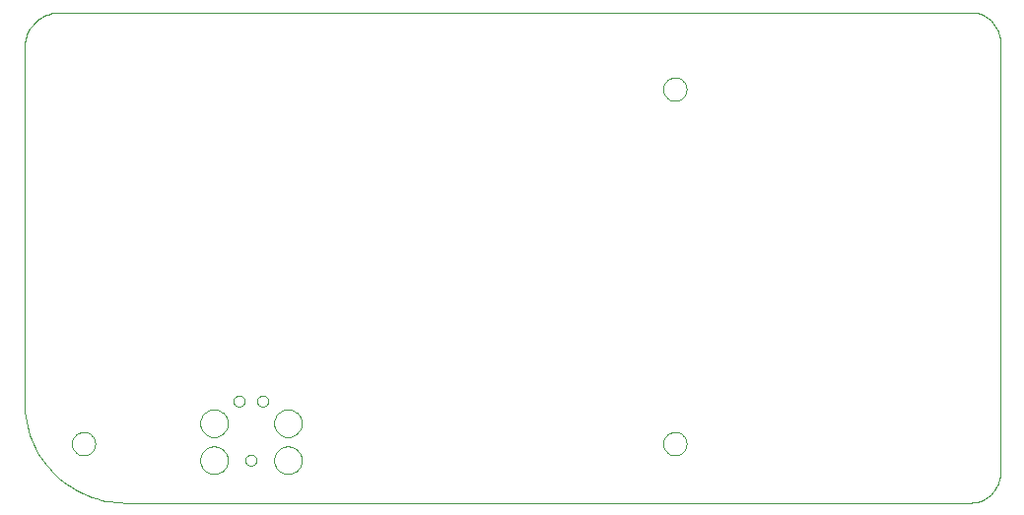
<source format=gko>
G75*
G70*
%OFA0B0*%
%FSLAX24Y24*%
%IPPOS*%
%LPD*%
%AMOC8*
5,1,8,0,0,1.08239X$1,22.5*
%
%ADD10C,0.0000*%
D10*
X003400Y000000D02*
X032000Y000000D01*
X032060Y000002D01*
X032121Y000007D01*
X032180Y000016D01*
X032239Y000029D01*
X032298Y000045D01*
X032355Y000065D01*
X032410Y000088D01*
X032465Y000115D01*
X032517Y000144D01*
X032568Y000177D01*
X032617Y000213D01*
X032663Y000251D01*
X032707Y000293D01*
X032749Y000337D01*
X032787Y000383D01*
X032823Y000432D01*
X032856Y000483D01*
X032885Y000535D01*
X032912Y000590D01*
X032935Y000645D01*
X032955Y000702D01*
X032971Y000761D01*
X032984Y000820D01*
X032993Y000879D01*
X032998Y000940D01*
X033000Y001000D01*
X033000Y015600D01*
X032998Y015660D01*
X032993Y015721D01*
X032984Y015780D01*
X032971Y015839D01*
X032955Y015898D01*
X032935Y015955D01*
X032912Y016010D01*
X032885Y016065D01*
X032856Y016117D01*
X032823Y016168D01*
X032787Y016217D01*
X032749Y016263D01*
X032707Y016307D01*
X032663Y016349D01*
X032617Y016387D01*
X032568Y016423D01*
X032517Y016456D01*
X032465Y016485D01*
X032410Y016512D01*
X032355Y016535D01*
X032298Y016555D01*
X032239Y016571D01*
X032180Y016584D01*
X032121Y016593D01*
X032060Y016598D01*
X032000Y016600D01*
X001200Y016600D01*
X001133Y016598D01*
X001066Y016592D01*
X000999Y016583D01*
X000933Y016570D01*
X000868Y016553D01*
X000804Y016533D01*
X000741Y016509D01*
X000679Y016481D01*
X000620Y016450D01*
X000562Y016416D01*
X000506Y016379D01*
X000452Y016338D01*
X000400Y016295D01*
X000351Y016249D01*
X000305Y016200D01*
X000262Y016148D01*
X000221Y016094D01*
X000184Y016038D01*
X000150Y015980D01*
X000119Y015921D01*
X000091Y015859D01*
X000067Y015796D01*
X000047Y015732D01*
X000030Y015667D01*
X000017Y015601D01*
X000008Y015534D01*
X000002Y015467D01*
X000000Y015400D01*
X000000Y003400D01*
X001606Y002000D02*
X001608Y002039D01*
X001614Y002078D01*
X001624Y002116D01*
X001637Y002153D01*
X001654Y002188D01*
X001674Y002222D01*
X001698Y002253D01*
X001725Y002282D01*
X001754Y002308D01*
X001786Y002331D01*
X001820Y002351D01*
X001856Y002367D01*
X001893Y002379D01*
X001932Y002388D01*
X001971Y002393D01*
X002010Y002394D01*
X002049Y002391D01*
X002088Y002384D01*
X002125Y002373D01*
X002162Y002359D01*
X002197Y002341D01*
X002230Y002320D01*
X002261Y002295D01*
X002289Y002268D01*
X002314Y002238D01*
X002336Y002205D01*
X002355Y002171D01*
X002370Y002135D01*
X002382Y002097D01*
X002390Y002059D01*
X002394Y002020D01*
X002394Y001980D01*
X002390Y001941D01*
X002382Y001903D01*
X002370Y001865D01*
X002355Y001829D01*
X002336Y001795D01*
X002314Y001762D01*
X002289Y001732D01*
X002261Y001705D01*
X002230Y001680D01*
X002197Y001659D01*
X002162Y001641D01*
X002125Y001627D01*
X002088Y001616D01*
X002049Y001609D01*
X002010Y001606D01*
X001971Y001607D01*
X001932Y001612D01*
X001893Y001621D01*
X001856Y001633D01*
X001820Y001649D01*
X001786Y001669D01*
X001754Y001692D01*
X001725Y001718D01*
X001698Y001747D01*
X001674Y001778D01*
X001654Y001812D01*
X001637Y001847D01*
X001624Y001884D01*
X001614Y001922D01*
X001608Y001961D01*
X001606Y002000D01*
X000000Y003400D02*
X000004Y003238D01*
X000015Y003077D01*
X000035Y002916D01*
X000061Y002757D01*
X000096Y002598D01*
X000138Y002442D01*
X000187Y002288D01*
X000244Y002136D01*
X000307Y001988D01*
X000378Y001842D01*
X000456Y001700D01*
X000540Y001562D01*
X000630Y001428D01*
X000727Y001298D01*
X000830Y001173D01*
X000939Y001054D01*
X001054Y000939D01*
X001173Y000830D01*
X001298Y000727D01*
X001428Y000630D01*
X001562Y000540D01*
X001700Y000456D01*
X001842Y000378D01*
X001988Y000307D01*
X002136Y000244D01*
X002288Y000187D01*
X002442Y000138D01*
X002598Y000096D01*
X002757Y000061D01*
X002916Y000035D01*
X003077Y000015D01*
X003238Y000004D01*
X003400Y000000D01*
X005943Y001440D02*
X005945Y001483D01*
X005951Y001526D01*
X005961Y001568D01*
X005975Y001609D01*
X005992Y001648D01*
X006013Y001686D01*
X006037Y001721D01*
X006065Y001755D01*
X006095Y001785D01*
X006129Y001813D01*
X006164Y001837D01*
X006202Y001858D01*
X006241Y001875D01*
X006282Y001889D01*
X006324Y001899D01*
X006367Y001905D01*
X006410Y001907D01*
X006453Y001905D01*
X006496Y001899D01*
X006538Y001889D01*
X006579Y001875D01*
X006618Y001858D01*
X006656Y001837D01*
X006691Y001813D01*
X006725Y001785D01*
X006755Y001755D01*
X006783Y001721D01*
X006807Y001686D01*
X006828Y001648D01*
X006845Y001609D01*
X006859Y001568D01*
X006869Y001526D01*
X006875Y001483D01*
X006877Y001440D01*
X006875Y001397D01*
X006869Y001354D01*
X006859Y001312D01*
X006845Y001271D01*
X006828Y001232D01*
X006807Y001194D01*
X006783Y001159D01*
X006755Y001125D01*
X006725Y001095D01*
X006691Y001067D01*
X006656Y001043D01*
X006618Y001022D01*
X006579Y001005D01*
X006538Y000991D01*
X006496Y000981D01*
X006453Y000975D01*
X006410Y000973D01*
X006367Y000975D01*
X006324Y000981D01*
X006282Y000991D01*
X006241Y001005D01*
X006202Y001022D01*
X006164Y001043D01*
X006129Y001067D01*
X006095Y001095D01*
X006065Y001125D01*
X006037Y001159D01*
X006013Y001194D01*
X005992Y001232D01*
X005975Y001271D01*
X005961Y001312D01*
X005951Y001354D01*
X005945Y001397D01*
X005943Y001440D01*
X007473Y001440D02*
X007475Y001467D01*
X007481Y001493D01*
X007490Y001518D01*
X007503Y001541D01*
X007519Y001562D01*
X007538Y001581D01*
X007559Y001597D01*
X007582Y001610D01*
X007607Y001619D01*
X007633Y001625D01*
X007660Y001627D01*
X007687Y001625D01*
X007713Y001619D01*
X007738Y001610D01*
X007761Y001597D01*
X007782Y001581D01*
X007801Y001562D01*
X007817Y001541D01*
X007830Y001518D01*
X007839Y001493D01*
X007845Y001467D01*
X007847Y001440D01*
X007845Y001413D01*
X007839Y001387D01*
X007830Y001362D01*
X007817Y001339D01*
X007801Y001318D01*
X007782Y001299D01*
X007761Y001283D01*
X007738Y001270D01*
X007713Y001261D01*
X007687Y001255D01*
X007660Y001253D01*
X007633Y001255D01*
X007607Y001261D01*
X007582Y001270D01*
X007559Y001283D01*
X007538Y001299D01*
X007519Y001318D01*
X007503Y001339D01*
X007490Y001362D01*
X007481Y001387D01*
X007475Y001413D01*
X007473Y001440D01*
X008443Y001440D02*
X008445Y001483D01*
X008451Y001526D01*
X008461Y001568D01*
X008475Y001609D01*
X008492Y001648D01*
X008513Y001686D01*
X008537Y001721D01*
X008565Y001755D01*
X008595Y001785D01*
X008629Y001813D01*
X008664Y001837D01*
X008702Y001858D01*
X008741Y001875D01*
X008782Y001889D01*
X008824Y001899D01*
X008867Y001905D01*
X008910Y001907D01*
X008953Y001905D01*
X008996Y001899D01*
X009038Y001889D01*
X009079Y001875D01*
X009118Y001858D01*
X009156Y001837D01*
X009191Y001813D01*
X009225Y001785D01*
X009255Y001755D01*
X009283Y001721D01*
X009307Y001686D01*
X009328Y001648D01*
X009345Y001609D01*
X009359Y001568D01*
X009369Y001526D01*
X009375Y001483D01*
X009377Y001440D01*
X009375Y001397D01*
X009369Y001354D01*
X009359Y001312D01*
X009345Y001271D01*
X009328Y001232D01*
X009307Y001194D01*
X009283Y001159D01*
X009255Y001125D01*
X009225Y001095D01*
X009191Y001067D01*
X009156Y001043D01*
X009118Y001022D01*
X009079Y001005D01*
X009038Y000991D01*
X008996Y000981D01*
X008953Y000975D01*
X008910Y000973D01*
X008867Y000975D01*
X008824Y000981D01*
X008782Y000991D01*
X008741Y001005D01*
X008702Y001022D01*
X008664Y001043D01*
X008629Y001067D01*
X008595Y001095D01*
X008565Y001125D01*
X008537Y001159D01*
X008513Y001194D01*
X008492Y001232D01*
X008475Y001271D01*
X008461Y001312D01*
X008451Y001354D01*
X008445Y001397D01*
X008443Y001440D01*
X008443Y002690D02*
X008445Y002733D01*
X008451Y002776D01*
X008461Y002818D01*
X008475Y002859D01*
X008492Y002898D01*
X008513Y002936D01*
X008537Y002971D01*
X008565Y003005D01*
X008595Y003035D01*
X008629Y003063D01*
X008664Y003087D01*
X008702Y003108D01*
X008741Y003125D01*
X008782Y003139D01*
X008824Y003149D01*
X008867Y003155D01*
X008910Y003157D01*
X008953Y003155D01*
X008996Y003149D01*
X009038Y003139D01*
X009079Y003125D01*
X009118Y003108D01*
X009156Y003087D01*
X009191Y003063D01*
X009225Y003035D01*
X009255Y003005D01*
X009283Y002971D01*
X009307Y002936D01*
X009328Y002898D01*
X009345Y002859D01*
X009359Y002818D01*
X009369Y002776D01*
X009375Y002733D01*
X009377Y002690D01*
X009375Y002647D01*
X009369Y002604D01*
X009359Y002562D01*
X009345Y002521D01*
X009328Y002482D01*
X009307Y002444D01*
X009283Y002409D01*
X009255Y002375D01*
X009225Y002345D01*
X009191Y002317D01*
X009156Y002293D01*
X009118Y002272D01*
X009079Y002255D01*
X009038Y002241D01*
X008996Y002231D01*
X008953Y002225D01*
X008910Y002223D01*
X008867Y002225D01*
X008824Y002231D01*
X008782Y002241D01*
X008741Y002255D01*
X008702Y002272D01*
X008664Y002293D01*
X008629Y002317D01*
X008595Y002345D01*
X008565Y002375D01*
X008537Y002409D01*
X008513Y002444D01*
X008492Y002482D01*
X008475Y002521D01*
X008461Y002562D01*
X008451Y002604D01*
X008445Y002647D01*
X008443Y002690D01*
X007873Y003440D02*
X007875Y003467D01*
X007881Y003493D01*
X007890Y003518D01*
X007903Y003541D01*
X007919Y003562D01*
X007938Y003581D01*
X007959Y003597D01*
X007982Y003610D01*
X008007Y003619D01*
X008033Y003625D01*
X008060Y003627D01*
X008087Y003625D01*
X008113Y003619D01*
X008138Y003610D01*
X008161Y003597D01*
X008182Y003581D01*
X008201Y003562D01*
X008217Y003541D01*
X008230Y003518D01*
X008239Y003493D01*
X008245Y003467D01*
X008247Y003440D01*
X008245Y003413D01*
X008239Y003387D01*
X008230Y003362D01*
X008217Y003339D01*
X008201Y003318D01*
X008182Y003299D01*
X008161Y003283D01*
X008138Y003270D01*
X008113Y003261D01*
X008087Y003255D01*
X008060Y003253D01*
X008033Y003255D01*
X008007Y003261D01*
X007982Y003270D01*
X007959Y003283D01*
X007938Y003299D01*
X007919Y003318D01*
X007903Y003339D01*
X007890Y003362D01*
X007881Y003387D01*
X007875Y003413D01*
X007873Y003440D01*
X007073Y003440D02*
X007075Y003467D01*
X007081Y003493D01*
X007090Y003518D01*
X007103Y003541D01*
X007119Y003562D01*
X007138Y003581D01*
X007159Y003597D01*
X007182Y003610D01*
X007207Y003619D01*
X007233Y003625D01*
X007260Y003627D01*
X007287Y003625D01*
X007313Y003619D01*
X007338Y003610D01*
X007361Y003597D01*
X007382Y003581D01*
X007401Y003562D01*
X007417Y003541D01*
X007430Y003518D01*
X007439Y003493D01*
X007445Y003467D01*
X007447Y003440D01*
X007445Y003413D01*
X007439Y003387D01*
X007430Y003362D01*
X007417Y003339D01*
X007401Y003318D01*
X007382Y003299D01*
X007361Y003283D01*
X007338Y003270D01*
X007313Y003261D01*
X007287Y003255D01*
X007260Y003253D01*
X007233Y003255D01*
X007207Y003261D01*
X007182Y003270D01*
X007159Y003283D01*
X007138Y003299D01*
X007119Y003318D01*
X007103Y003339D01*
X007090Y003362D01*
X007081Y003387D01*
X007075Y003413D01*
X007073Y003440D01*
X005943Y002690D02*
X005945Y002733D01*
X005951Y002776D01*
X005961Y002818D01*
X005975Y002859D01*
X005992Y002898D01*
X006013Y002936D01*
X006037Y002971D01*
X006065Y003005D01*
X006095Y003035D01*
X006129Y003063D01*
X006164Y003087D01*
X006202Y003108D01*
X006241Y003125D01*
X006282Y003139D01*
X006324Y003149D01*
X006367Y003155D01*
X006410Y003157D01*
X006453Y003155D01*
X006496Y003149D01*
X006538Y003139D01*
X006579Y003125D01*
X006618Y003108D01*
X006656Y003087D01*
X006691Y003063D01*
X006725Y003035D01*
X006755Y003005D01*
X006783Y002971D01*
X006807Y002936D01*
X006828Y002898D01*
X006845Y002859D01*
X006859Y002818D01*
X006869Y002776D01*
X006875Y002733D01*
X006877Y002690D01*
X006875Y002647D01*
X006869Y002604D01*
X006859Y002562D01*
X006845Y002521D01*
X006828Y002482D01*
X006807Y002444D01*
X006783Y002409D01*
X006755Y002375D01*
X006725Y002345D01*
X006691Y002317D01*
X006656Y002293D01*
X006618Y002272D01*
X006579Y002255D01*
X006538Y002241D01*
X006496Y002231D01*
X006453Y002225D01*
X006410Y002223D01*
X006367Y002225D01*
X006324Y002231D01*
X006282Y002241D01*
X006241Y002255D01*
X006202Y002272D01*
X006164Y002293D01*
X006129Y002317D01*
X006095Y002345D01*
X006065Y002375D01*
X006037Y002409D01*
X006013Y002444D01*
X005992Y002482D01*
X005975Y002521D01*
X005961Y002562D01*
X005951Y002604D01*
X005945Y002647D01*
X005943Y002690D01*
X021606Y002000D02*
X021608Y002039D01*
X021614Y002078D01*
X021624Y002116D01*
X021637Y002153D01*
X021654Y002188D01*
X021674Y002222D01*
X021698Y002253D01*
X021725Y002282D01*
X021754Y002308D01*
X021786Y002331D01*
X021820Y002351D01*
X021856Y002367D01*
X021893Y002379D01*
X021932Y002388D01*
X021971Y002393D01*
X022010Y002394D01*
X022049Y002391D01*
X022088Y002384D01*
X022125Y002373D01*
X022162Y002359D01*
X022197Y002341D01*
X022230Y002320D01*
X022261Y002295D01*
X022289Y002268D01*
X022314Y002238D01*
X022336Y002205D01*
X022355Y002171D01*
X022370Y002135D01*
X022382Y002097D01*
X022390Y002059D01*
X022394Y002020D01*
X022394Y001980D01*
X022390Y001941D01*
X022382Y001903D01*
X022370Y001865D01*
X022355Y001829D01*
X022336Y001795D01*
X022314Y001762D01*
X022289Y001732D01*
X022261Y001705D01*
X022230Y001680D01*
X022197Y001659D01*
X022162Y001641D01*
X022125Y001627D01*
X022088Y001616D01*
X022049Y001609D01*
X022010Y001606D01*
X021971Y001607D01*
X021932Y001612D01*
X021893Y001621D01*
X021856Y001633D01*
X021820Y001649D01*
X021786Y001669D01*
X021754Y001692D01*
X021725Y001718D01*
X021698Y001747D01*
X021674Y001778D01*
X021654Y001812D01*
X021637Y001847D01*
X021624Y001884D01*
X021614Y001922D01*
X021608Y001961D01*
X021606Y002000D01*
X021606Y014000D02*
X021608Y014039D01*
X021614Y014078D01*
X021624Y014116D01*
X021637Y014153D01*
X021654Y014188D01*
X021674Y014222D01*
X021698Y014253D01*
X021725Y014282D01*
X021754Y014308D01*
X021786Y014331D01*
X021820Y014351D01*
X021856Y014367D01*
X021893Y014379D01*
X021932Y014388D01*
X021971Y014393D01*
X022010Y014394D01*
X022049Y014391D01*
X022088Y014384D01*
X022125Y014373D01*
X022162Y014359D01*
X022197Y014341D01*
X022230Y014320D01*
X022261Y014295D01*
X022289Y014268D01*
X022314Y014238D01*
X022336Y014205D01*
X022355Y014171D01*
X022370Y014135D01*
X022382Y014097D01*
X022390Y014059D01*
X022394Y014020D01*
X022394Y013980D01*
X022390Y013941D01*
X022382Y013903D01*
X022370Y013865D01*
X022355Y013829D01*
X022336Y013795D01*
X022314Y013762D01*
X022289Y013732D01*
X022261Y013705D01*
X022230Y013680D01*
X022197Y013659D01*
X022162Y013641D01*
X022125Y013627D01*
X022088Y013616D01*
X022049Y013609D01*
X022010Y013606D01*
X021971Y013607D01*
X021932Y013612D01*
X021893Y013621D01*
X021856Y013633D01*
X021820Y013649D01*
X021786Y013669D01*
X021754Y013692D01*
X021725Y013718D01*
X021698Y013747D01*
X021674Y013778D01*
X021654Y013812D01*
X021637Y013847D01*
X021624Y013884D01*
X021614Y013922D01*
X021608Y013961D01*
X021606Y014000D01*
M02*

</source>
